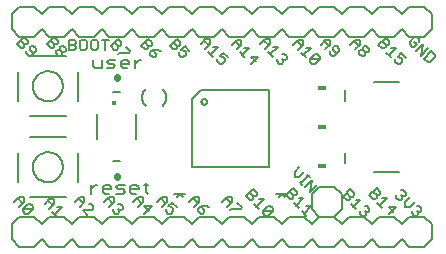
<source format=gto>
G75*
G70*
%OFA0B0*%
%FSLAX24Y24*%
%IPPOS*%
%LPD*%
%AMOC8*
5,1,8,0,0,1.08239X$1,22.5*
%
%ADD10C,0.0080*%
%ADD11C,0.0060*%
%ADD12C,0.0220*%
%ADD13R,0.0300X0.0180*%
%ADD14C,0.0143*%
D10*
X013233Y005240D02*
X013233Y005740D01*
X013483Y005990D01*
X013983Y005990D01*
X014233Y005740D01*
X014483Y005990D01*
X014983Y005990D01*
X015233Y005740D01*
X015483Y005990D01*
X015983Y005990D01*
X016233Y005740D01*
X016483Y005990D01*
X016983Y005990D01*
X017233Y005740D01*
X017483Y005990D01*
X017983Y005990D01*
X018233Y005740D01*
X018483Y005990D01*
X018983Y005990D01*
X019233Y005740D01*
X019483Y005990D01*
X019983Y005990D01*
X020233Y005740D01*
X020483Y005990D01*
X020983Y005990D01*
X021233Y005740D01*
X021483Y005990D01*
X021983Y005990D01*
X022233Y005740D01*
X022483Y005990D01*
X022983Y005990D01*
X023233Y005740D01*
X023483Y005990D01*
X023983Y005990D01*
X024233Y006240D01*
X024233Y006740D01*
X023983Y006990D01*
X023483Y006990D01*
X023233Y006740D01*
X023233Y006240D01*
X023483Y005990D01*
X023983Y005990D01*
X024233Y005740D01*
X024483Y005990D01*
X024983Y005990D01*
X025233Y005740D01*
X025483Y005990D01*
X025983Y005990D01*
X026233Y005740D01*
X026483Y005990D01*
X026983Y005990D01*
X027233Y005740D01*
X027233Y005240D01*
X026983Y004990D01*
X026483Y004990D01*
X026233Y005240D01*
X025983Y004990D01*
X025483Y004990D01*
X025233Y005240D01*
X024983Y004990D01*
X024483Y004990D01*
X024233Y005240D01*
X023983Y004990D01*
X023483Y004990D01*
X023233Y005240D01*
X022983Y004990D01*
X022483Y004990D01*
X022233Y005240D01*
X021983Y004990D01*
X021483Y004990D01*
X021233Y005240D01*
X020983Y004990D01*
X020483Y004990D01*
X020233Y005240D01*
X019983Y004990D01*
X019483Y004990D01*
X019233Y005240D01*
X018983Y004990D01*
X018483Y004990D01*
X018233Y005240D01*
X017983Y004990D01*
X017483Y004990D01*
X017233Y005240D01*
X016983Y004990D01*
X016483Y004990D01*
X016233Y005240D01*
X015983Y004990D01*
X015483Y004990D01*
X015233Y005240D01*
X014983Y004990D01*
X014483Y004990D01*
X014233Y005240D01*
X013983Y004990D01*
X013483Y004990D01*
X013233Y005240D01*
X013827Y006640D02*
X015040Y006640D01*
X015433Y007140D02*
X015433Y008128D01*
X013933Y007640D02*
X013935Y007684D01*
X013941Y007728D01*
X013951Y007771D01*
X013964Y007813D01*
X013981Y007854D01*
X014002Y007893D01*
X014026Y007930D01*
X014053Y007965D01*
X014083Y007997D01*
X014116Y008027D01*
X014152Y008053D01*
X014189Y008077D01*
X014229Y008096D01*
X014270Y008113D01*
X014313Y008125D01*
X014356Y008134D01*
X014400Y008139D01*
X014444Y008140D01*
X014488Y008137D01*
X014532Y008130D01*
X014575Y008119D01*
X014617Y008105D01*
X014657Y008087D01*
X014696Y008065D01*
X014732Y008041D01*
X014766Y008013D01*
X014798Y007982D01*
X014827Y007948D01*
X014853Y007912D01*
X014875Y007874D01*
X014894Y007834D01*
X014909Y007792D01*
X014921Y007750D01*
X014929Y007706D01*
X014933Y007662D01*
X014933Y007618D01*
X014929Y007574D01*
X014921Y007530D01*
X014909Y007488D01*
X014894Y007446D01*
X014875Y007406D01*
X014853Y007368D01*
X014827Y007332D01*
X014798Y007298D01*
X014766Y007267D01*
X014732Y007239D01*
X014696Y007215D01*
X014657Y007193D01*
X014617Y007175D01*
X014575Y007161D01*
X014532Y007150D01*
X014488Y007143D01*
X014444Y007140D01*
X014400Y007141D01*
X014356Y007146D01*
X014313Y007155D01*
X014270Y007167D01*
X014229Y007184D01*
X014189Y007203D01*
X014152Y007227D01*
X014116Y007253D01*
X014083Y007283D01*
X014053Y007315D01*
X014026Y007350D01*
X014002Y007387D01*
X013981Y007426D01*
X013964Y007467D01*
X013951Y007509D01*
X013941Y007552D01*
X013935Y007596D01*
X013933Y007640D01*
X013433Y007152D02*
X013433Y008128D01*
X013827Y008640D02*
X015040Y008640D01*
X016084Y008577D02*
X016084Y009403D01*
X015433Y009840D02*
X015433Y010828D01*
X015943Y011010D02*
X015943Y011220D01*
X015943Y011010D02*
X016013Y010940D01*
X016224Y010940D01*
X016224Y011220D01*
X016404Y011150D02*
X016474Y011220D01*
X016684Y011220D01*
X016614Y011080D02*
X016474Y011080D01*
X016404Y011150D01*
X016404Y010940D02*
X016614Y010940D01*
X016684Y011010D01*
X016614Y011080D01*
X016864Y011080D02*
X017144Y011080D01*
X017144Y011150D01*
X017074Y011220D01*
X016934Y011220D01*
X016864Y011150D01*
X016864Y011010D01*
X016934Y010940D01*
X017074Y010940D01*
X017325Y010940D02*
X017325Y011220D01*
X017465Y011220D02*
X017535Y011220D01*
X017465Y011220D02*
X017325Y011080D01*
X017483Y011990D02*
X017233Y012240D01*
X016983Y011990D01*
X016483Y011990D01*
X016233Y012240D01*
X015983Y011990D01*
X015483Y011990D01*
X015233Y012240D01*
X014983Y011990D01*
X014483Y011990D01*
X014233Y012240D01*
X013983Y011990D01*
X013483Y011990D01*
X013233Y012240D01*
X013233Y012740D01*
X013483Y012990D01*
X013983Y012990D01*
X014233Y012740D01*
X014483Y012990D01*
X014983Y012990D01*
X015233Y012740D01*
X015483Y012990D01*
X015983Y012990D01*
X016233Y012740D01*
X016483Y012990D01*
X016983Y012990D01*
X017233Y012740D01*
X017483Y012990D01*
X017983Y012990D01*
X018233Y012740D01*
X018483Y012990D01*
X018983Y012990D01*
X019233Y012740D01*
X019483Y012990D01*
X019983Y012990D01*
X020233Y012740D01*
X020483Y012990D01*
X020983Y012990D01*
X021233Y012740D01*
X021483Y012990D01*
X021983Y012990D01*
X022233Y012740D01*
X022483Y012990D01*
X022983Y012990D01*
X023233Y012740D01*
X023483Y012990D01*
X023983Y012990D01*
X024233Y012740D01*
X024483Y012990D01*
X024983Y012990D01*
X025233Y012740D01*
X025483Y012990D01*
X025983Y012990D01*
X026233Y012740D01*
X026483Y012990D01*
X026983Y012990D01*
X027233Y012740D01*
X027233Y012240D01*
X026983Y011990D01*
X026483Y011990D01*
X026233Y012240D01*
X025983Y011990D01*
X025483Y011990D01*
X025233Y012240D01*
X024983Y011990D01*
X024483Y011990D01*
X024233Y012240D01*
X023983Y011990D01*
X023483Y011990D01*
X023233Y012240D01*
X022983Y011990D01*
X022483Y011990D01*
X022233Y012240D01*
X021983Y011990D01*
X021483Y011990D01*
X021233Y012240D01*
X020983Y011990D01*
X020483Y011990D01*
X020233Y012240D01*
X019983Y011990D01*
X019483Y011990D01*
X019233Y012240D01*
X018983Y011990D01*
X018483Y011990D01*
X018233Y012240D01*
X017983Y011990D01*
X017483Y011990D01*
X015040Y011340D02*
X013827Y011340D01*
X013433Y010828D02*
X013433Y009852D01*
X013827Y009340D02*
X015040Y009340D01*
X016615Y010132D02*
X016851Y010132D01*
X017383Y009403D02*
X017383Y008577D01*
X016851Y007848D02*
X016615Y007848D01*
X016467Y007040D02*
X016327Y007040D01*
X016257Y006970D01*
X016257Y006830D01*
X016327Y006760D01*
X016467Y006760D01*
X016537Y006900D02*
X016257Y006900D01*
X016084Y007040D02*
X016013Y007040D01*
X015873Y006900D01*
X015873Y006760D02*
X015873Y007040D01*
X016467Y007040D02*
X016537Y006970D01*
X016537Y006900D01*
X016717Y006970D02*
X016787Y007040D01*
X016998Y007040D01*
X016928Y006900D02*
X016787Y006900D01*
X016717Y006970D01*
X016717Y006760D02*
X016928Y006760D01*
X016998Y006830D01*
X016928Y006900D01*
X017178Y006900D02*
X017458Y006900D01*
X017458Y006970D01*
X017388Y007040D01*
X017248Y007040D01*
X017178Y006970D01*
X017178Y006830D01*
X017248Y006760D01*
X017388Y006760D01*
X017708Y006830D02*
X017778Y006760D01*
X017708Y006830D02*
X017708Y007110D01*
X017638Y007040D02*
X017778Y007040D01*
X018652Y006757D02*
X018833Y006757D01*
X018925Y006635D01*
X019014Y006757D02*
X018833Y006757D01*
X018823Y006751D02*
X018747Y006635D01*
X019255Y007662D02*
X019255Y009921D01*
X019552Y010218D01*
X021811Y010218D01*
X021811Y007662D01*
X019255Y007662D01*
X022052Y006757D02*
X022233Y006757D01*
X022325Y006635D01*
X022414Y006757D02*
X022233Y006757D01*
X022223Y006751D02*
X022147Y006635D01*
X024334Y007770D02*
X024334Y008124D01*
X025318Y007494D02*
X026145Y007494D01*
X024334Y009856D02*
X024334Y010210D01*
X025318Y010486D02*
X026145Y010486D01*
X019553Y009823D02*
X019555Y009842D01*
X019560Y009861D01*
X019570Y009877D01*
X019582Y009892D01*
X019597Y009904D01*
X019613Y009914D01*
X019632Y009919D01*
X019651Y009921D01*
X019670Y009919D01*
X019689Y009914D01*
X019705Y009904D01*
X019720Y009892D01*
X019732Y009877D01*
X019742Y009861D01*
X019747Y009842D01*
X019749Y009823D01*
X019747Y009804D01*
X019742Y009785D01*
X019732Y009769D01*
X019720Y009754D01*
X019705Y009742D01*
X019689Y009732D01*
X019670Y009727D01*
X019651Y009725D01*
X019632Y009727D01*
X019613Y009732D01*
X019597Y009742D01*
X019582Y009754D01*
X019570Y009769D01*
X019560Y009785D01*
X019555Y009804D01*
X019553Y009823D01*
X013933Y010340D02*
X013935Y010384D01*
X013941Y010428D01*
X013951Y010471D01*
X013964Y010513D01*
X013981Y010554D01*
X014002Y010593D01*
X014026Y010630D01*
X014053Y010665D01*
X014083Y010697D01*
X014116Y010727D01*
X014152Y010753D01*
X014189Y010777D01*
X014229Y010796D01*
X014270Y010813D01*
X014313Y010825D01*
X014356Y010834D01*
X014400Y010839D01*
X014444Y010840D01*
X014488Y010837D01*
X014532Y010830D01*
X014575Y010819D01*
X014617Y010805D01*
X014657Y010787D01*
X014696Y010765D01*
X014732Y010741D01*
X014766Y010713D01*
X014798Y010682D01*
X014827Y010648D01*
X014853Y010612D01*
X014875Y010574D01*
X014894Y010534D01*
X014909Y010492D01*
X014921Y010450D01*
X014929Y010406D01*
X014933Y010362D01*
X014933Y010318D01*
X014929Y010274D01*
X014921Y010230D01*
X014909Y010188D01*
X014894Y010146D01*
X014875Y010106D01*
X014853Y010068D01*
X014827Y010032D01*
X014798Y009998D01*
X014766Y009967D01*
X014732Y009939D01*
X014696Y009915D01*
X014657Y009893D01*
X014617Y009875D01*
X014575Y009861D01*
X014532Y009850D01*
X014488Y009843D01*
X014444Y009840D01*
X014400Y009841D01*
X014356Y009846D01*
X014313Y009855D01*
X014270Y009867D01*
X014229Y009884D01*
X014189Y009903D01*
X014152Y009927D01*
X014116Y009953D01*
X014083Y009983D01*
X014053Y010015D01*
X014026Y010050D01*
X014002Y010087D01*
X013981Y010126D01*
X013964Y010167D01*
X013951Y010209D01*
X013941Y010252D01*
X013935Y010296D01*
X013933Y010340D01*
D11*
X013873Y011357D02*
X014033Y011518D01*
X014033Y011598D01*
X013953Y011678D01*
X013873Y011678D01*
X013833Y011638D01*
X013833Y011558D01*
X013953Y011437D01*
X013873Y011357D02*
X013793Y011357D01*
X013713Y011437D01*
X013713Y011518D01*
X013613Y011618D02*
X013532Y011618D01*
X013412Y011738D01*
X013653Y011979D01*
X013773Y011858D01*
X013773Y011778D01*
X013733Y011738D01*
X013653Y011738D01*
X013532Y011858D01*
X013653Y011738D02*
X013653Y011658D01*
X013613Y011618D01*
X014402Y011738D02*
X014522Y011618D01*
X014603Y011618D01*
X014643Y011658D01*
X014643Y011738D01*
X014522Y011858D01*
X014402Y011738D02*
X014643Y011979D01*
X014763Y011858D01*
X014763Y011778D01*
X014723Y011738D01*
X014643Y011738D01*
X014823Y011638D02*
X014863Y011678D01*
X014943Y011678D01*
X015023Y011598D01*
X015023Y011518D01*
X014983Y011478D01*
X014903Y011478D01*
X014823Y011558D01*
X014823Y011638D01*
X014823Y011558D02*
X014743Y011558D01*
X014703Y011518D01*
X014703Y011437D01*
X014783Y011357D01*
X014863Y011357D01*
X014903Y011397D01*
X014903Y011478D01*
X015130Y011550D02*
X015300Y011550D01*
X015357Y011607D01*
X015357Y011663D01*
X015300Y011720D01*
X015130Y011720D01*
X015130Y011550D02*
X015130Y011890D01*
X015300Y011890D01*
X015357Y011834D01*
X015357Y011777D01*
X015300Y011720D01*
X015498Y011607D02*
X015555Y011550D01*
X015669Y011550D01*
X015725Y011607D01*
X015725Y011834D01*
X015669Y011890D01*
X015555Y011890D01*
X015498Y011834D01*
X015498Y011607D01*
X015867Y011607D02*
X015923Y011550D01*
X016037Y011550D01*
X016094Y011607D01*
X016094Y011834D01*
X016037Y011890D01*
X015923Y011890D01*
X015867Y011834D01*
X015867Y011607D01*
X016235Y011890D02*
X016462Y011890D01*
X016348Y011890D02*
X016348Y011550D01*
X016522Y011678D02*
X016642Y011558D01*
X016723Y011558D01*
X016763Y011598D01*
X016763Y011678D01*
X016642Y011798D01*
X016522Y011678D02*
X016763Y011919D01*
X016883Y011798D01*
X016883Y011718D01*
X016843Y011678D01*
X016763Y011678D01*
X016823Y011458D02*
X016782Y011418D01*
X016823Y011458D02*
X017143Y011458D01*
X017184Y011498D01*
X017023Y011658D01*
X017542Y011688D02*
X017662Y011568D01*
X017743Y011568D01*
X017783Y011608D01*
X017783Y011688D01*
X017662Y011808D01*
X017542Y011688D02*
X017783Y011929D01*
X017903Y011808D01*
X017903Y011728D01*
X017863Y011688D01*
X017783Y011688D01*
X017923Y011548D02*
X018043Y011428D01*
X018043Y011347D01*
X018003Y011307D01*
X017923Y011307D01*
X017843Y011387D01*
X017843Y011468D01*
X017923Y011548D01*
X018083Y011548D01*
X018204Y011508D01*
X018492Y011688D02*
X018612Y011568D01*
X018693Y011568D01*
X018733Y011608D01*
X018733Y011688D01*
X018612Y011808D01*
X018492Y011688D02*
X018733Y011929D01*
X018853Y011808D01*
X018853Y011728D01*
X018813Y011688D01*
X018733Y011688D01*
X018873Y011548D02*
X018993Y011508D01*
X019033Y011468D01*
X019033Y011387D01*
X018953Y011307D01*
X018873Y011307D01*
X018793Y011387D01*
X018793Y011468D01*
X018873Y011548D02*
X018993Y011668D01*
X019154Y011508D01*
X019522Y011738D02*
X019682Y011899D01*
X019842Y011899D01*
X019842Y011738D01*
X019682Y011578D01*
X019782Y011478D02*
X019942Y011318D01*
X019862Y011398D02*
X020103Y011638D01*
X019942Y011638D01*
X019802Y011698D02*
X019642Y011859D01*
X020163Y011338D02*
X020283Y011458D01*
X020444Y011298D01*
X020323Y011258D02*
X020323Y011177D01*
X020243Y011097D01*
X020163Y011097D01*
X020083Y011177D01*
X020083Y011258D01*
X020163Y011338D02*
X020283Y011298D01*
X020323Y011258D01*
X020822Y011468D02*
X020982Y011308D01*
X020902Y011388D02*
X021143Y011628D01*
X020982Y011628D01*
X020882Y011728D02*
X020722Y011568D01*
X020842Y011688D02*
X020682Y011849D01*
X020722Y011889D02*
X020882Y011889D01*
X020882Y011728D01*
X020722Y011889D02*
X020562Y011728D01*
X021203Y011328D02*
X021363Y011167D01*
X021203Y011087D02*
X021443Y011328D01*
X021203Y011328D01*
X021772Y011478D02*
X021932Y011318D01*
X021852Y011398D02*
X022093Y011638D01*
X021932Y011638D01*
X021832Y011738D02*
X021832Y011899D01*
X021672Y011899D01*
X021512Y011738D01*
X021632Y011859D02*
X021792Y011698D01*
X021832Y011738D02*
X021672Y011578D01*
X022233Y011418D02*
X022313Y011418D01*
X022393Y011338D01*
X022393Y011258D01*
X022353Y011218D01*
X022273Y011218D01*
X022273Y011137D01*
X022233Y011097D01*
X022153Y011097D01*
X022073Y011177D01*
X022073Y011258D01*
X022233Y011258D02*
X022273Y011218D01*
X022772Y011558D02*
X022932Y011718D01*
X022932Y011879D01*
X022772Y011879D01*
X022612Y011718D01*
X022732Y011839D02*
X022892Y011678D01*
X023032Y011618D02*
X023193Y011618D01*
X022952Y011378D01*
X022872Y011458D02*
X023032Y011298D01*
X023173Y011238D02*
X023493Y011238D01*
X023333Y011077D01*
X023253Y011077D01*
X023173Y011157D01*
X023173Y011238D01*
X023333Y011398D01*
X023413Y011398D01*
X023493Y011318D01*
X023493Y011238D01*
X023823Y011427D02*
X023903Y011347D01*
X023983Y011347D01*
X024143Y011508D01*
X024143Y011588D01*
X024063Y011668D01*
X023983Y011668D01*
X023943Y011628D01*
X023943Y011548D01*
X024063Y011427D01*
X023823Y011427D02*
X023823Y011508D01*
X023682Y011568D02*
X023843Y011728D01*
X023843Y011888D01*
X023682Y011888D01*
X023522Y011728D01*
X023642Y011848D02*
X023803Y011688D01*
X024512Y011728D02*
X024672Y011888D01*
X024833Y011888D01*
X024833Y011728D01*
X024672Y011568D01*
X024813Y011508D02*
X024853Y011548D01*
X024933Y011548D01*
X025013Y011468D01*
X025013Y011387D01*
X024973Y011347D01*
X024893Y011347D01*
X024813Y011427D01*
X024813Y011508D01*
X024933Y011548D02*
X024933Y011628D01*
X024973Y011668D01*
X025053Y011668D01*
X025133Y011588D01*
X025133Y011508D01*
X025093Y011468D01*
X025013Y011468D01*
X024793Y011688D02*
X024632Y011848D01*
X025452Y011718D02*
X025572Y011598D01*
X025652Y011598D01*
X025692Y011638D01*
X025692Y011718D01*
X025572Y011839D01*
X025692Y011959D02*
X025452Y011718D01*
X025692Y011718D02*
X025772Y011718D01*
X025813Y011759D01*
X025813Y011839D01*
X025692Y011959D01*
X025872Y011618D02*
X026033Y011618D01*
X025792Y011378D01*
X025712Y011458D02*
X025872Y011298D01*
X026013Y011238D02*
X026013Y011157D01*
X026093Y011077D01*
X026173Y011077D01*
X026253Y011157D01*
X026253Y011238D01*
X026213Y011278D01*
X026093Y011318D01*
X026213Y011438D01*
X026374Y011278D01*
X026712Y011518D02*
X026953Y011759D01*
X026872Y011358D01*
X027113Y011598D01*
X027213Y011498D02*
X027333Y011378D01*
X027333Y011298D01*
X027173Y011137D01*
X027093Y011137D01*
X026972Y011258D01*
X027213Y011498D01*
X026732Y011738D02*
X026652Y011819D01*
X026732Y011738D02*
X026652Y011658D01*
X026572Y011658D01*
X026492Y011738D01*
X026492Y011819D01*
X026652Y011979D01*
X026732Y011979D01*
X026813Y011899D01*
X026813Y011819D01*
X017690Y009687D02*
X017664Y009716D01*
X017640Y009748D01*
X017620Y009781D01*
X017603Y009817D01*
X017590Y009854D01*
X017581Y009892D01*
X017575Y009931D01*
X017573Y009970D01*
X018256Y010253D02*
X018282Y010224D01*
X018306Y010192D01*
X018326Y010159D01*
X018343Y010123D01*
X018356Y010086D01*
X018365Y010048D01*
X018371Y010009D01*
X018373Y009970D01*
X017690Y010253D02*
X017664Y010224D01*
X017640Y010192D01*
X017620Y010159D01*
X017603Y010123D01*
X017590Y010086D01*
X017581Y010048D01*
X017575Y010009D01*
X017573Y009970D01*
X018256Y009687D02*
X018282Y009716D01*
X018306Y009748D01*
X018326Y009781D01*
X018343Y009817D01*
X018356Y009854D01*
X018365Y009892D01*
X018371Y009931D01*
X018373Y009970D01*
X022659Y007482D02*
X022819Y007642D01*
X022659Y007482D02*
X022659Y007321D01*
X022819Y007321D01*
X022979Y007482D01*
X023079Y007382D02*
X023160Y007302D01*
X023120Y007342D02*
X022879Y007101D01*
X022839Y007141D02*
X022919Y007061D01*
X023012Y006968D02*
X023253Y007208D01*
X023173Y006807D01*
X023414Y007048D01*
X022733Y006819D02*
X022733Y006739D01*
X022692Y006698D01*
X022612Y006698D01*
X022492Y006819D01*
X022612Y006939D02*
X022733Y006819D01*
X022612Y006939D02*
X022372Y006698D01*
X022492Y006578D01*
X022572Y006578D01*
X022612Y006618D01*
X022612Y006698D01*
X022792Y006598D02*
X022953Y006598D01*
X022712Y006358D01*
X022632Y006438D02*
X022792Y006278D01*
X022892Y006178D02*
X023053Y006017D01*
X022973Y006097D02*
X023213Y006338D01*
X023053Y006338D01*
X021923Y006268D02*
X021923Y006188D01*
X021603Y006188D01*
X021603Y006107D01*
X021683Y006027D01*
X021763Y006027D01*
X021923Y006188D01*
X021923Y006268D02*
X021843Y006348D01*
X021763Y006348D01*
X021603Y006188D01*
X021462Y006248D02*
X021302Y006408D01*
X021382Y006328D02*
X021623Y006568D01*
X021462Y006568D01*
X021362Y006668D02*
X021282Y006668D01*
X021162Y006789D01*
X021282Y006909D02*
X021403Y006789D01*
X021403Y006709D01*
X021362Y006668D01*
X021282Y006668D02*
X021282Y006588D01*
X021242Y006548D01*
X021162Y006548D01*
X021042Y006668D01*
X021282Y006909D01*
X020743Y006458D02*
X020904Y006298D01*
X020863Y006258D01*
X020543Y006258D01*
X020502Y006218D01*
X020402Y006318D02*
X020563Y006478D01*
X020563Y006638D01*
X020402Y006638D01*
X020242Y006478D01*
X020362Y006598D02*
X020523Y006438D01*
X019814Y006298D02*
X019693Y006338D01*
X019533Y006338D01*
X019653Y006218D01*
X019653Y006137D01*
X019613Y006097D01*
X019533Y006097D01*
X019453Y006177D01*
X019453Y006258D01*
X019533Y006338D01*
X019433Y006438D02*
X019272Y006598D01*
X019312Y006638D02*
X019152Y006478D01*
X019312Y006318D02*
X019473Y006478D01*
X019473Y006638D01*
X019312Y006638D01*
X018734Y006298D02*
X018573Y006458D01*
X018453Y006338D01*
X018573Y006298D01*
X018613Y006258D01*
X018613Y006177D01*
X018533Y006097D01*
X018453Y006097D01*
X018373Y006177D01*
X018373Y006258D01*
X018232Y006318D02*
X018393Y006478D01*
X018393Y006638D01*
X018232Y006638D01*
X018072Y006478D01*
X018192Y006598D02*
X018353Y006438D01*
X017893Y006338D02*
X017653Y006097D01*
X017813Y006177D02*
X017653Y006338D01*
X017893Y006338D01*
X017593Y006478D02*
X017432Y006318D01*
X017553Y006438D02*
X017392Y006598D01*
X017432Y006638D02*
X017272Y006478D01*
X017432Y006638D02*
X017593Y006638D01*
X017593Y006478D01*
X016923Y006338D02*
X016923Y006258D01*
X016883Y006218D01*
X016803Y006218D01*
X016803Y006137D01*
X016763Y006097D01*
X016683Y006097D01*
X016603Y006177D01*
X016603Y006258D01*
X016462Y006318D02*
X016623Y006478D01*
X016623Y006638D01*
X016462Y006638D01*
X016302Y006478D01*
X016422Y006598D02*
X016583Y006438D01*
X016763Y006418D02*
X016843Y006418D01*
X016923Y006338D01*
X016803Y006218D02*
X016763Y006258D01*
X015953Y006258D02*
X015913Y006218D01*
X015592Y006218D01*
X015753Y006057D01*
X015953Y006258D02*
X015953Y006338D01*
X015873Y006418D01*
X015793Y006418D01*
X015653Y006478D02*
X015492Y006318D01*
X015613Y006438D02*
X015452Y006598D01*
X015492Y006638D02*
X015332Y006478D01*
X015492Y006638D02*
X015653Y006638D01*
X015653Y006478D01*
X014903Y006308D02*
X014663Y006067D01*
X014743Y005987D02*
X014582Y006148D01*
X014482Y006248D02*
X014643Y006408D01*
X014643Y006568D01*
X014482Y006568D01*
X014322Y006408D01*
X014442Y006528D02*
X014603Y006368D01*
X014743Y006308D02*
X014903Y006308D01*
X013923Y006338D02*
X013923Y006258D01*
X013603Y006258D01*
X013603Y006177D01*
X013683Y006097D01*
X013763Y006097D01*
X013923Y006258D01*
X013923Y006338D02*
X013843Y006418D01*
X013763Y006418D01*
X013603Y006258D01*
X013462Y006318D02*
X013623Y006478D01*
X013623Y006638D01*
X013462Y006638D01*
X013302Y006478D01*
X013422Y006598D02*
X013583Y006438D01*
X024272Y006658D02*
X024392Y006538D01*
X024472Y006538D01*
X024512Y006578D01*
X024512Y006658D01*
X024392Y006779D01*
X024512Y006899D02*
X024272Y006658D01*
X024512Y006658D02*
X024592Y006658D01*
X024633Y006699D01*
X024633Y006779D01*
X024512Y006899D01*
X025152Y006708D02*
X025272Y006588D01*
X025352Y006588D01*
X025392Y006628D01*
X025392Y006708D01*
X025272Y006829D01*
X025392Y006949D02*
X025152Y006708D01*
X025392Y006708D02*
X025472Y006708D01*
X025513Y006749D01*
X025513Y006829D01*
X025392Y006949D01*
X026042Y006709D02*
X026042Y006628D01*
X026122Y006548D01*
X026202Y006548D01*
X026242Y006588D01*
X026242Y006668D01*
X026202Y006709D01*
X026242Y006668D02*
X026322Y006668D01*
X026363Y006709D01*
X026363Y006789D01*
X026282Y006869D01*
X026202Y006869D01*
X026503Y006649D02*
X026342Y006488D01*
X026342Y006328D01*
X026503Y006328D01*
X026663Y006488D01*
X026723Y006348D02*
X026803Y006348D01*
X026883Y006268D01*
X026883Y006188D01*
X026843Y006148D01*
X026763Y006148D01*
X026763Y006067D01*
X026723Y006027D01*
X026643Y006027D01*
X026563Y006107D01*
X026563Y006188D01*
X026723Y006188D02*
X026763Y006148D01*
X026033Y006308D02*
X025793Y006308D01*
X025953Y006147D01*
X025793Y006067D02*
X026033Y006308D01*
X025733Y006608D02*
X025492Y006368D01*
X025412Y006448D02*
X025572Y006288D01*
X025572Y006608D02*
X025733Y006608D01*
X025153Y006258D02*
X025153Y006178D01*
X025113Y006138D01*
X025033Y006138D01*
X025033Y006057D01*
X024993Y006017D01*
X024913Y006017D01*
X024833Y006097D01*
X024833Y006178D01*
X024692Y006238D02*
X024532Y006398D01*
X024612Y006318D02*
X024853Y006558D01*
X024692Y006558D01*
X024993Y006338D02*
X025073Y006338D01*
X025153Y006258D01*
X025033Y006138D02*
X024993Y006178D01*
D12*
X016733Y007328D02*
X016733Y007352D01*
X016733Y010628D02*
X016733Y010652D01*
D13*
X023573Y010290D03*
X023573Y008990D03*
X023573Y007690D03*
D14*
X016655Y009797D03*
M02*

</source>
